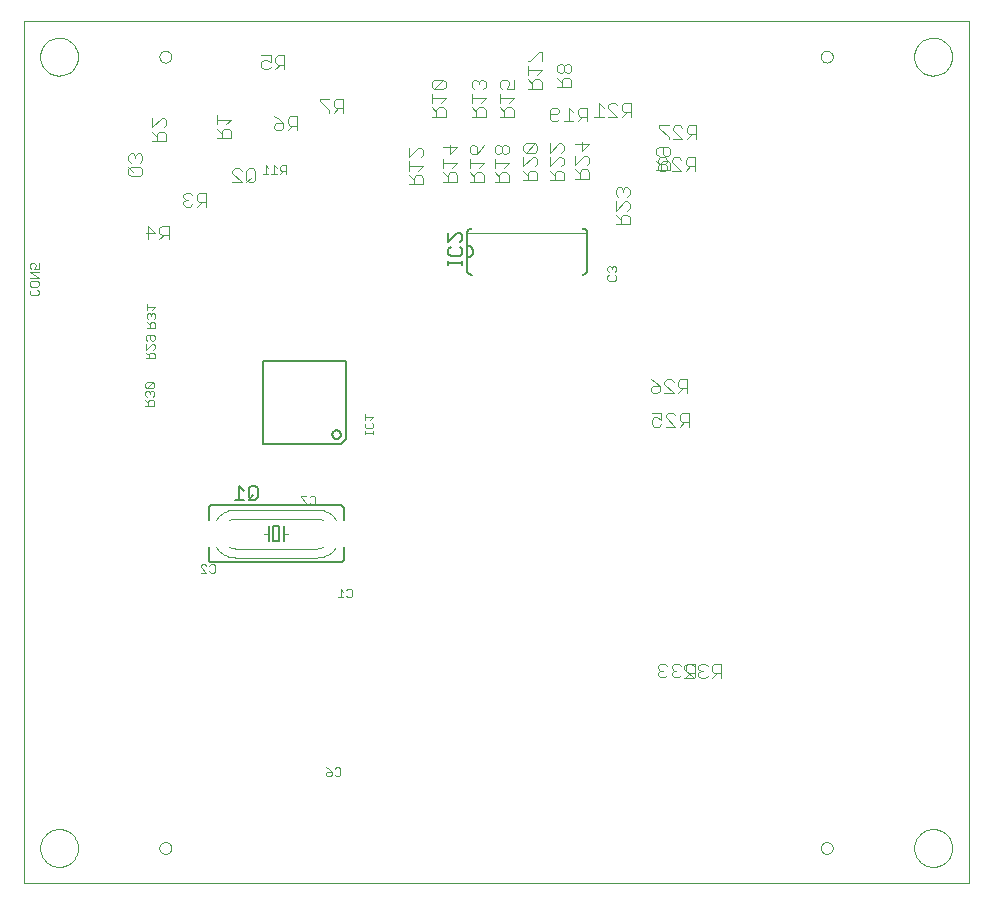
<source format=gbo>
G75*
%MOIN*%
%OFA0B0*%
%FSLAX24Y24*%
%IPPOS*%
%LPD*%
%AMOC8*
5,1,8,0,0,1.08239X$1,22.5*
%
%ADD10C,0.0000*%
%ADD11C,0.0060*%
%ADD12C,0.0030*%
%ADD13C,0.0020*%
%ADD14C,0.0050*%
%ADD15C,0.0040*%
D10*
X000497Y002817D02*
X000497Y031557D01*
X031993Y031557D01*
X031993Y002817D01*
X000497Y002817D01*
X001048Y003998D02*
X001050Y004048D01*
X001056Y004098D01*
X001066Y004147D01*
X001080Y004195D01*
X001097Y004242D01*
X001118Y004287D01*
X001143Y004331D01*
X001171Y004372D01*
X001203Y004411D01*
X001237Y004448D01*
X001274Y004482D01*
X001314Y004512D01*
X001356Y004539D01*
X001400Y004563D01*
X001446Y004584D01*
X001493Y004600D01*
X001541Y004613D01*
X001591Y004622D01*
X001640Y004627D01*
X001691Y004628D01*
X001741Y004625D01*
X001790Y004618D01*
X001839Y004607D01*
X001887Y004592D01*
X001933Y004574D01*
X001978Y004552D01*
X002021Y004526D01*
X002062Y004497D01*
X002101Y004465D01*
X002137Y004430D01*
X002169Y004392D01*
X002199Y004352D01*
X002226Y004309D01*
X002249Y004265D01*
X002268Y004219D01*
X002284Y004171D01*
X002296Y004122D01*
X002304Y004073D01*
X002308Y004023D01*
X002308Y003973D01*
X002304Y003923D01*
X002296Y003874D01*
X002284Y003825D01*
X002268Y003777D01*
X002249Y003731D01*
X002226Y003687D01*
X002199Y003644D01*
X002169Y003604D01*
X002137Y003566D01*
X002101Y003531D01*
X002062Y003499D01*
X002021Y003470D01*
X001978Y003444D01*
X001933Y003422D01*
X001887Y003404D01*
X001839Y003389D01*
X001790Y003378D01*
X001741Y003371D01*
X001691Y003368D01*
X001640Y003369D01*
X001591Y003374D01*
X001541Y003383D01*
X001493Y003396D01*
X001446Y003412D01*
X001400Y003433D01*
X001356Y003457D01*
X001314Y003484D01*
X001274Y003514D01*
X001237Y003548D01*
X001203Y003585D01*
X001171Y003624D01*
X001143Y003665D01*
X001118Y003709D01*
X001097Y003754D01*
X001080Y003801D01*
X001066Y003849D01*
X001056Y003898D01*
X001050Y003948D01*
X001048Y003998D01*
X005024Y003998D02*
X005026Y004025D01*
X005032Y004052D01*
X005041Y004078D01*
X005054Y004102D01*
X005070Y004125D01*
X005089Y004144D01*
X005111Y004161D01*
X005135Y004175D01*
X005160Y004185D01*
X005187Y004192D01*
X005214Y004195D01*
X005242Y004194D01*
X005269Y004189D01*
X005295Y004181D01*
X005319Y004169D01*
X005342Y004153D01*
X005363Y004135D01*
X005380Y004114D01*
X005395Y004090D01*
X005406Y004065D01*
X005414Y004039D01*
X005418Y004012D01*
X005418Y003984D01*
X005414Y003957D01*
X005406Y003931D01*
X005395Y003906D01*
X005380Y003882D01*
X005363Y003861D01*
X005342Y003843D01*
X005320Y003827D01*
X005295Y003815D01*
X005269Y003807D01*
X005242Y003802D01*
X005214Y003801D01*
X005187Y003804D01*
X005160Y003811D01*
X005135Y003821D01*
X005111Y003835D01*
X005089Y003852D01*
X005070Y003871D01*
X005054Y003894D01*
X005041Y003918D01*
X005032Y003944D01*
X005026Y003971D01*
X005024Y003998D01*
X027072Y003998D02*
X027074Y004025D01*
X027080Y004052D01*
X027089Y004078D01*
X027102Y004102D01*
X027118Y004125D01*
X027137Y004144D01*
X027159Y004161D01*
X027183Y004175D01*
X027208Y004185D01*
X027235Y004192D01*
X027262Y004195D01*
X027290Y004194D01*
X027317Y004189D01*
X027343Y004181D01*
X027367Y004169D01*
X027390Y004153D01*
X027411Y004135D01*
X027428Y004114D01*
X027443Y004090D01*
X027454Y004065D01*
X027462Y004039D01*
X027466Y004012D01*
X027466Y003984D01*
X027462Y003957D01*
X027454Y003931D01*
X027443Y003906D01*
X027428Y003882D01*
X027411Y003861D01*
X027390Y003843D01*
X027368Y003827D01*
X027343Y003815D01*
X027317Y003807D01*
X027290Y003802D01*
X027262Y003801D01*
X027235Y003804D01*
X027208Y003811D01*
X027183Y003821D01*
X027159Y003835D01*
X027137Y003852D01*
X027118Y003871D01*
X027102Y003894D01*
X027089Y003918D01*
X027080Y003944D01*
X027074Y003971D01*
X027072Y003998D01*
X030182Y003998D02*
X030184Y004048D01*
X030190Y004098D01*
X030200Y004147D01*
X030214Y004195D01*
X030231Y004242D01*
X030252Y004287D01*
X030277Y004331D01*
X030305Y004372D01*
X030337Y004411D01*
X030371Y004448D01*
X030408Y004482D01*
X030448Y004512D01*
X030490Y004539D01*
X030534Y004563D01*
X030580Y004584D01*
X030627Y004600D01*
X030675Y004613D01*
X030725Y004622D01*
X030774Y004627D01*
X030825Y004628D01*
X030875Y004625D01*
X030924Y004618D01*
X030973Y004607D01*
X031021Y004592D01*
X031067Y004574D01*
X031112Y004552D01*
X031155Y004526D01*
X031196Y004497D01*
X031235Y004465D01*
X031271Y004430D01*
X031303Y004392D01*
X031333Y004352D01*
X031360Y004309D01*
X031383Y004265D01*
X031402Y004219D01*
X031418Y004171D01*
X031430Y004122D01*
X031438Y004073D01*
X031442Y004023D01*
X031442Y003973D01*
X031438Y003923D01*
X031430Y003874D01*
X031418Y003825D01*
X031402Y003777D01*
X031383Y003731D01*
X031360Y003687D01*
X031333Y003644D01*
X031303Y003604D01*
X031271Y003566D01*
X031235Y003531D01*
X031196Y003499D01*
X031155Y003470D01*
X031112Y003444D01*
X031067Y003422D01*
X031021Y003404D01*
X030973Y003389D01*
X030924Y003378D01*
X030875Y003371D01*
X030825Y003368D01*
X030774Y003369D01*
X030725Y003374D01*
X030675Y003383D01*
X030627Y003396D01*
X030580Y003412D01*
X030534Y003433D01*
X030490Y003457D01*
X030448Y003484D01*
X030408Y003514D01*
X030371Y003548D01*
X030337Y003585D01*
X030305Y003624D01*
X030277Y003665D01*
X030252Y003709D01*
X030231Y003754D01*
X030214Y003801D01*
X030200Y003849D01*
X030190Y003898D01*
X030184Y003948D01*
X030182Y003998D01*
X030182Y030376D02*
X030184Y030426D01*
X030190Y030476D01*
X030200Y030525D01*
X030214Y030573D01*
X030231Y030620D01*
X030252Y030665D01*
X030277Y030709D01*
X030305Y030750D01*
X030337Y030789D01*
X030371Y030826D01*
X030408Y030860D01*
X030448Y030890D01*
X030490Y030917D01*
X030534Y030941D01*
X030580Y030962D01*
X030627Y030978D01*
X030675Y030991D01*
X030725Y031000D01*
X030774Y031005D01*
X030825Y031006D01*
X030875Y031003D01*
X030924Y030996D01*
X030973Y030985D01*
X031021Y030970D01*
X031067Y030952D01*
X031112Y030930D01*
X031155Y030904D01*
X031196Y030875D01*
X031235Y030843D01*
X031271Y030808D01*
X031303Y030770D01*
X031333Y030730D01*
X031360Y030687D01*
X031383Y030643D01*
X031402Y030597D01*
X031418Y030549D01*
X031430Y030500D01*
X031438Y030451D01*
X031442Y030401D01*
X031442Y030351D01*
X031438Y030301D01*
X031430Y030252D01*
X031418Y030203D01*
X031402Y030155D01*
X031383Y030109D01*
X031360Y030065D01*
X031333Y030022D01*
X031303Y029982D01*
X031271Y029944D01*
X031235Y029909D01*
X031196Y029877D01*
X031155Y029848D01*
X031112Y029822D01*
X031067Y029800D01*
X031021Y029782D01*
X030973Y029767D01*
X030924Y029756D01*
X030875Y029749D01*
X030825Y029746D01*
X030774Y029747D01*
X030725Y029752D01*
X030675Y029761D01*
X030627Y029774D01*
X030580Y029790D01*
X030534Y029811D01*
X030490Y029835D01*
X030448Y029862D01*
X030408Y029892D01*
X030371Y029926D01*
X030337Y029963D01*
X030305Y030002D01*
X030277Y030043D01*
X030252Y030087D01*
X030231Y030132D01*
X030214Y030179D01*
X030200Y030227D01*
X030190Y030276D01*
X030184Y030326D01*
X030182Y030376D01*
X027072Y030376D02*
X027074Y030403D01*
X027080Y030430D01*
X027089Y030456D01*
X027102Y030480D01*
X027118Y030503D01*
X027137Y030522D01*
X027159Y030539D01*
X027183Y030553D01*
X027208Y030563D01*
X027235Y030570D01*
X027262Y030573D01*
X027290Y030572D01*
X027317Y030567D01*
X027343Y030559D01*
X027367Y030547D01*
X027390Y030531D01*
X027411Y030513D01*
X027428Y030492D01*
X027443Y030468D01*
X027454Y030443D01*
X027462Y030417D01*
X027466Y030390D01*
X027466Y030362D01*
X027462Y030335D01*
X027454Y030309D01*
X027443Y030284D01*
X027428Y030260D01*
X027411Y030239D01*
X027390Y030221D01*
X027368Y030205D01*
X027343Y030193D01*
X027317Y030185D01*
X027290Y030180D01*
X027262Y030179D01*
X027235Y030182D01*
X027208Y030189D01*
X027183Y030199D01*
X027159Y030213D01*
X027137Y030230D01*
X027118Y030249D01*
X027102Y030272D01*
X027089Y030296D01*
X027080Y030322D01*
X027074Y030349D01*
X027072Y030376D01*
X005024Y030376D02*
X005026Y030403D01*
X005032Y030430D01*
X005041Y030456D01*
X005054Y030480D01*
X005070Y030503D01*
X005089Y030522D01*
X005111Y030539D01*
X005135Y030553D01*
X005160Y030563D01*
X005187Y030570D01*
X005214Y030573D01*
X005242Y030572D01*
X005269Y030567D01*
X005295Y030559D01*
X005319Y030547D01*
X005342Y030531D01*
X005363Y030513D01*
X005380Y030492D01*
X005395Y030468D01*
X005406Y030443D01*
X005414Y030417D01*
X005418Y030390D01*
X005418Y030362D01*
X005414Y030335D01*
X005406Y030309D01*
X005395Y030284D01*
X005380Y030260D01*
X005363Y030239D01*
X005342Y030221D01*
X005320Y030205D01*
X005295Y030193D01*
X005269Y030185D01*
X005242Y030180D01*
X005214Y030179D01*
X005187Y030182D01*
X005160Y030189D01*
X005135Y030199D01*
X005111Y030213D01*
X005089Y030230D01*
X005070Y030249D01*
X005054Y030272D01*
X005041Y030296D01*
X005032Y030322D01*
X005026Y030349D01*
X005024Y030376D01*
X001048Y030376D02*
X001050Y030426D01*
X001056Y030476D01*
X001066Y030525D01*
X001080Y030573D01*
X001097Y030620D01*
X001118Y030665D01*
X001143Y030709D01*
X001171Y030750D01*
X001203Y030789D01*
X001237Y030826D01*
X001274Y030860D01*
X001314Y030890D01*
X001356Y030917D01*
X001400Y030941D01*
X001446Y030962D01*
X001493Y030978D01*
X001541Y030991D01*
X001591Y031000D01*
X001640Y031005D01*
X001691Y031006D01*
X001741Y031003D01*
X001790Y030996D01*
X001839Y030985D01*
X001887Y030970D01*
X001933Y030952D01*
X001978Y030930D01*
X002021Y030904D01*
X002062Y030875D01*
X002101Y030843D01*
X002137Y030808D01*
X002169Y030770D01*
X002199Y030730D01*
X002226Y030687D01*
X002249Y030643D01*
X002268Y030597D01*
X002284Y030549D01*
X002296Y030500D01*
X002304Y030451D01*
X002308Y030401D01*
X002308Y030351D01*
X002304Y030301D01*
X002296Y030252D01*
X002284Y030203D01*
X002268Y030155D01*
X002249Y030109D01*
X002226Y030065D01*
X002199Y030022D01*
X002169Y029982D01*
X002137Y029944D01*
X002101Y029909D01*
X002062Y029877D01*
X002021Y029848D01*
X001978Y029822D01*
X001933Y029800D01*
X001887Y029782D01*
X001839Y029767D01*
X001790Y029756D01*
X001741Y029749D01*
X001691Y029746D01*
X001640Y029747D01*
X001591Y029752D01*
X001541Y029761D01*
X001493Y029774D01*
X001446Y029790D01*
X001400Y029811D01*
X001356Y029835D01*
X001314Y029862D01*
X001274Y029892D01*
X001237Y029926D01*
X001203Y029963D01*
X001171Y030002D01*
X001143Y030043D01*
X001118Y030087D01*
X001097Y030132D01*
X001080Y030179D01*
X001066Y030227D01*
X001056Y030276D01*
X001050Y030326D01*
X001048Y030376D01*
D11*
X008467Y020241D02*
X008467Y017481D01*
X011087Y017481D01*
X011227Y017620D01*
X011227Y020241D01*
X008467Y020241D01*
X010786Y017781D02*
X010788Y017804D01*
X010794Y017827D01*
X010803Y017848D01*
X010816Y017868D01*
X010832Y017885D01*
X010850Y017899D01*
X010870Y017910D01*
X010892Y017918D01*
X010915Y017922D01*
X010939Y017922D01*
X010962Y017918D01*
X010984Y017910D01*
X011004Y017899D01*
X011022Y017885D01*
X011038Y017868D01*
X011051Y017848D01*
X011060Y017827D01*
X011066Y017804D01*
X011068Y017781D01*
X011066Y017758D01*
X011060Y017735D01*
X011051Y017714D01*
X011038Y017694D01*
X011022Y017677D01*
X011004Y017663D01*
X010984Y017652D01*
X010962Y017644D01*
X010939Y017640D01*
X010915Y017640D01*
X010892Y017644D01*
X010870Y017652D01*
X010850Y017663D01*
X010832Y017677D01*
X010816Y017694D01*
X010803Y017714D01*
X010794Y017735D01*
X010788Y017758D01*
X010786Y017781D01*
X011062Y015431D02*
X006762Y015431D01*
X006745Y015429D01*
X006728Y015425D01*
X006712Y015418D01*
X006698Y015408D01*
X006685Y015395D01*
X006675Y015381D01*
X006668Y015365D01*
X006664Y015348D01*
X006662Y015331D01*
X006662Y014931D01*
X006662Y014031D02*
X006662Y013631D01*
X006664Y013614D01*
X006668Y013597D01*
X006675Y013581D01*
X006685Y013567D01*
X006698Y013554D01*
X006712Y013544D01*
X006728Y013537D01*
X006745Y013533D01*
X006762Y013531D01*
X011062Y013531D01*
X011079Y013533D01*
X011096Y013537D01*
X011112Y013544D01*
X011126Y013554D01*
X011139Y013567D01*
X011149Y013581D01*
X011156Y013597D01*
X011160Y013614D01*
X011162Y013631D01*
X011162Y014031D01*
X011162Y014931D02*
X011162Y015331D01*
X011160Y015348D01*
X011156Y015365D01*
X011149Y015381D01*
X011139Y015395D01*
X011126Y015408D01*
X011112Y015418D01*
X011096Y015425D01*
X011079Y015429D01*
X011062Y015431D01*
X009162Y014731D02*
X009162Y014481D01*
X009162Y014231D01*
X009012Y014231D02*
X008812Y014231D01*
X008812Y014731D01*
X009012Y014731D01*
X009012Y014231D01*
X008662Y014231D02*
X008662Y014481D01*
X008662Y014731D01*
X015278Y023260D02*
X015278Y023680D01*
X015278Y024080D01*
X015278Y024500D01*
X015280Y024523D01*
X015285Y024546D01*
X015294Y024568D01*
X015307Y024588D01*
X015322Y024606D01*
X015340Y024621D01*
X015360Y024634D01*
X015382Y024643D01*
X015405Y024648D01*
X015428Y024650D01*
X015278Y024080D02*
X015305Y024078D01*
X015332Y024073D01*
X015358Y024063D01*
X015382Y024051D01*
X015404Y024035D01*
X015424Y024017D01*
X015441Y023995D01*
X015456Y023972D01*
X015466Y023947D01*
X015474Y023921D01*
X015478Y023894D01*
X015478Y023866D01*
X015474Y023839D01*
X015466Y023813D01*
X015456Y023788D01*
X015441Y023765D01*
X015424Y023743D01*
X015404Y023725D01*
X015382Y023709D01*
X015358Y023697D01*
X015332Y023687D01*
X015305Y023682D01*
X015278Y023680D01*
X015278Y023260D02*
X015280Y023237D01*
X015285Y023214D01*
X015294Y023192D01*
X015307Y023172D01*
X015322Y023154D01*
X015340Y023139D01*
X015360Y023126D01*
X015382Y023117D01*
X015405Y023112D01*
X015428Y023110D01*
X019128Y023110D02*
X019151Y023112D01*
X019174Y023117D01*
X019196Y023126D01*
X019216Y023139D01*
X019234Y023154D01*
X019249Y023172D01*
X019262Y023192D01*
X019271Y023214D01*
X019276Y023237D01*
X019278Y023260D01*
X019278Y024500D01*
X019276Y024523D01*
X019271Y024546D01*
X019262Y024568D01*
X019249Y024588D01*
X019234Y024606D01*
X019216Y024621D01*
X019196Y024634D01*
X019174Y024643D01*
X019151Y024648D01*
X019128Y024650D01*
D12*
X020003Y023395D02*
X019955Y023347D01*
X019955Y023250D01*
X020003Y023202D01*
X020003Y023101D02*
X019955Y023052D01*
X019955Y022955D01*
X020003Y022907D01*
X020197Y022907D01*
X020245Y022955D01*
X020245Y023052D01*
X020197Y023101D01*
X020197Y023202D02*
X020245Y023250D01*
X020245Y023347D01*
X020197Y023395D01*
X020148Y023395D01*
X020100Y023347D01*
X020052Y023395D01*
X020003Y023395D01*
X020100Y023347D02*
X020100Y023299D01*
X012152Y018373D02*
X011862Y018373D01*
X011862Y018277D02*
X011862Y018470D01*
X012056Y018277D02*
X012152Y018373D01*
X012104Y018176D02*
X012152Y018127D01*
X012152Y018030D01*
X012104Y017982D01*
X011911Y017982D01*
X011862Y018030D01*
X011862Y018127D01*
X011911Y018176D01*
X011862Y017882D02*
X011862Y017786D01*
X011862Y017834D02*
X012152Y017834D01*
X012152Y017786D02*
X012152Y017882D01*
X010172Y015742D02*
X010221Y015693D01*
X010221Y015500D01*
X010172Y015451D01*
X010076Y015451D01*
X010027Y015500D01*
X009926Y015500D02*
X009733Y015693D01*
X009733Y015742D01*
X009926Y015742D01*
X010027Y015693D02*
X010076Y015742D01*
X010172Y015742D01*
X009926Y015500D02*
X009926Y015451D01*
X011060Y012641D02*
X011060Y012351D01*
X011156Y012351D02*
X010963Y012351D01*
X011156Y012544D02*
X011060Y012641D01*
X011258Y012593D02*
X011306Y012641D01*
X011403Y012641D01*
X011451Y012593D01*
X011451Y012399D01*
X011403Y012351D01*
X011306Y012351D01*
X011258Y012399D01*
X006883Y013219D02*
X006835Y013171D01*
X006738Y013171D01*
X006690Y013219D01*
X006589Y013171D02*
X006395Y013364D01*
X006395Y013413D01*
X006444Y013461D01*
X006540Y013461D01*
X006589Y013413D01*
X006690Y013413D02*
X006738Y013461D01*
X006835Y013461D01*
X006883Y013413D01*
X006883Y013219D01*
X006589Y013171D02*
X006395Y013171D01*
X004848Y018744D02*
X004558Y018744D01*
X004655Y018744D02*
X004655Y018889D01*
X004703Y018937D01*
X004800Y018937D01*
X004848Y018889D01*
X004848Y018744D01*
X004655Y018840D02*
X004558Y018937D01*
X004606Y019038D02*
X004558Y019087D01*
X004558Y019183D01*
X004606Y019232D01*
X004655Y019232D01*
X004703Y019183D01*
X004703Y019135D01*
X004703Y019183D02*
X004751Y019232D01*
X004800Y019232D01*
X004848Y019183D01*
X004848Y019087D01*
X004800Y019038D01*
X004800Y019333D02*
X004848Y019381D01*
X004848Y019478D01*
X004800Y019526D01*
X004606Y019333D01*
X004558Y019381D01*
X004558Y019478D01*
X004606Y019526D01*
X004800Y019526D01*
X004800Y019333D02*
X004606Y019333D01*
X004578Y020318D02*
X004868Y020318D01*
X004868Y020464D01*
X004820Y020512D01*
X004723Y020512D01*
X004674Y020464D01*
X004674Y020318D01*
X004674Y020415D02*
X004578Y020512D01*
X004578Y020613D02*
X004771Y020807D01*
X004820Y020807D01*
X004868Y020758D01*
X004868Y020661D01*
X004820Y020613D01*
X004578Y020613D02*
X004578Y020807D01*
X004626Y020908D02*
X004578Y020956D01*
X004578Y021053D01*
X004626Y021101D01*
X004820Y021101D01*
X004868Y021053D01*
X004868Y020956D01*
X004820Y020908D01*
X004771Y020908D01*
X004723Y020956D01*
X004723Y021101D01*
X004694Y021332D02*
X004694Y021477D01*
X004742Y021526D01*
X004839Y021526D01*
X004888Y021477D01*
X004888Y021332D01*
X004597Y021332D01*
X004694Y021429D02*
X004597Y021526D01*
X004646Y021627D02*
X004597Y021675D01*
X004597Y021772D01*
X004646Y021820D01*
X004694Y021820D01*
X004742Y021772D01*
X004742Y021724D01*
X004742Y021772D02*
X004791Y021820D01*
X004839Y021820D01*
X004888Y021772D01*
X004888Y021675D01*
X004839Y021627D01*
X004791Y021922D02*
X004888Y022018D01*
X004597Y022018D01*
X004597Y021922D02*
X004597Y022115D01*
X000999Y022467D02*
X000951Y022419D01*
X000757Y022419D01*
X000709Y022467D01*
X000709Y022564D01*
X000757Y022612D01*
X000757Y022714D02*
X000709Y022762D01*
X000709Y022859D01*
X000757Y022907D01*
X000951Y022907D01*
X000999Y022859D01*
X000999Y022762D01*
X000951Y022714D01*
X000757Y022714D01*
X000951Y022612D02*
X000999Y022564D01*
X000999Y022467D01*
X000999Y023008D02*
X000709Y023202D01*
X000999Y023202D01*
X000999Y023303D02*
X000854Y023303D01*
X000902Y023400D01*
X000902Y023448D01*
X000854Y023496D01*
X000757Y023496D01*
X000709Y023448D01*
X000709Y023351D01*
X000757Y023303D01*
X000999Y023303D02*
X000999Y023496D01*
X000999Y023008D02*
X000709Y023008D01*
X008463Y026458D02*
X008656Y026458D01*
X008560Y026458D02*
X008560Y026749D01*
X008656Y026652D01*
X008757Y026458D02*
X008951Y026458D01*
X008854Y026458D02*
X008854Y026749D01*
X008951Y026652D01*
X009052Y026700D02*
X009052Y026603D01*
X009101Y026555D01*
X009246Y026555D01*
X009246Y026458D02*
X009246Y026749D01*
X009101Y026749D01*
X009052Y026700D01*
X009149Y026555D02*
X009052Y026458D01*
X010569Y006686D02*
X010666Y006638D01*
X010763Y006541D01*
X010618Y006541D01*
X010569Y006493D01*
X010569Y006445D01*
X010618Y006396D01*
X010714Y006396D01*
X010763Y006445D01*
X010763Y006541D01*
X010864Y006445D02*
X010912Y006396D01*
X011009Y006396D01*
X011057Y006445D01*
X011057Y006638D01*
X011009Y006686D01*
X010912Y006686D01*
X010864Y006638D01*
D13*
X010262Y013681D02*
X007562Y013681D01*
X007562Y013981D02*
X010262Y013981D01*
X010923Y014931D02*
X010891Y014976D01*
X010855Y015018D01*
X010816Y015058D01*
X010775Y015095D01*
X010731Y015129D01*
X010684Y015160D01*
X010636Y015188D01*
X010586Y015212D01*
X010535Y015233D01*
X010482Y015250D01*
X010428Y015264D01*
X010373Y015273D01*
X010318Y015279D01*
X010262Y015281D01*
X007562Y015281D01*
X007562Y014981D02*
X010262Y014981D01*
X010300Y014980D01*
X010337Y014975D01*
X010374Y014968D01*
X010410Y014959D01*
X010446Y014946D01*
X010480Y014931D01*
X010923Y014031D02*
X010891Y013986D01*
X010855Y013944D01*
X010816Y013904D01*
X010774Y013867D01*
X010731Y013833D01*
X010684Y013802D01*
X010636Y013774D01*
X010586Y013750D01*
X010535Y013729D01*
X010482Y013712D01*
X010428Y013698D01*
X010373Y013689D01*
X010318Y013683D01*
X010262Y013681D01*
X010262Y013981D02*
X010300Y013982D01*
X010337Y013987D01*
X010374Y013994D01*
X010410Y014003D01*
X010446Y014016D01*
X010480Y014031D01*
X009312Y014481D02*
X009162Y014481D01*
X008662Y014481D02*
X008512Y014481D01*
X007562Y013681D02*
X007506Y013683D01*
X007451Y013689D01*
X007396Y013698D01*
X007342Y013712D01*
X007289Y013729D01*
X007238Y013750D01*
X007188Y013774D01*
X007140Y013802D01*
X007093Y013833D01*
X007049Y013867D01*
X007008Y013904D01*
X006969Y013944D01*
X006933Y013986D01*
X006901Y014031D01*
X006901Y014931D02*
X006933Y014976D01*
X006969Y015018D01*
X007008Y015058D01*
X007050Y015095D01*
X007093Y015129D01*
X007140Y015160D01*
X007188Y015188D01*
X007238Y015212D01*
X007289Y015233D01*
X007342Y015250D01*
X007396Y015264D01*
X007451Y015273D01*
X007506Y015279D01*
X007562Y015281D01*
X007562Y014981D02*
X007524Y014980D01*
X007487Y014975D01*
X007450Y014968D01*
X007414Y014959D01*
X007378Y014946D01*
X007344Y014931D01*
X007344Y014031D02*
X007378Y014016D01*
X007414Y014003D01*
X007450Y013994D01*
X007487Y013987D01*
X007524Y013982D01*
X007562Y013981D01*
X015278Y024510D02*
X019278Y024510D01*
D14*
X015104Y024420D02*
X015104Y024270D01*
X015029Y024195D01*
X015029Y024035D02*
X015104Y023960D01*
X015104Y023810D01*
X015029Y023735D01*
X014728Y023735D01*
X014653Y023810D01*
X014653Y023960D01*
X014728Y024035D01*
X014653Y024195D02*
X014954Y024495D01*
X015029Y024495D01*
X015104Y024420D01*
X014653Y024495D02*
X014653Y024195D01*
X014653Y023578D02*
X014653Y023428D01*
X014653Y023503D02*
X015104Y023503D01*
X015104Y023428D02*
X015104Y023578D01*
X008221Y016063D02*
X008071Y016063D01*
X007996Y015988D01*
X007996Y015687D01*
X008071Y015612D01*
X008221Y015612D01*
X008296Y015687D01*
X008296Y015988D01*
X008221Y016063D01*
X008146Y015763D02*
X007996Y015612D01*
X007836Y015612D02*
X007536Y015612D01*
X007686Y015612D02*
X007686Y016063D01*
X007836Y015913D01*
D15*
X005331Y024282D02*
X005331Y024743D01*
X005101Y024743D01*
X005024Y024666D01*
X005024Y024512D01*
X005101Y024436D01*
X005331Y024436D01*
X005177Y024436D02*
X005024Y024282D01*
X004870Y024512D02*
X004563Y024512D01*
X004640Y024282D02*
X004640Y024743D01*
X004870Y024512D01*
X005816Y025457D02*
X005893Y025381D01*
X006046Y025381D01*
X006123Y025457D01*
X006276Y025381D02*
X006430Y025534D01*
X006353Y025534D02*
X006583Y025534D01*
X006583Y025381D02*
X006583Y025841D01*
X006353Y025841D01*
X006276Y025764D01*
X006276Y025611D01*
X006353Y025534D01*
X006123Y025764D02*
X006046Y025841D01*
X005893Y025841D01*
X005816Y025764D01*
X005816Y025688D01*
X005893Y025611D01*
X005816Y025534D01*
X005816Y025457D01*
X005893Y025611D02*
X005969Y025611D01*
X007459Y026194D02*
X007766Y026194D01*
X007459Y026501D01*
X007459Y026577D01*
X007536Y026654D01*
X007689Y026654D01*
X007766Y026577D01*
X007919Y026577D02*
X007919Y026270D01*
X007996Y026194D01*
X008150Y026194D01*
X008226Y026270D01*
X008226Y026577D01*
X008150Y026654D01*
X007996Y026654D01*
X007919Y026577D01*
X008073Y026347D02*
X007919Y026194D01*
X007412Y027659D02*
X006952Y027659D01*
X007105Y027659D02*
X007105Y027889D01*
X007182Y027966D01*
X007336Y027966D01*
X007412Y027889D01*
X007412Y027659D01*
X007105Y027812D02*
X006952Y027966D01*
X006952Y028119D02*
X006952Y028426D01*
X006952Y028273D02*
X007412Y028273D01*
X007259Y028119D01*
X008845Y028077D02*
X008845Y028001D01*
X008922Y027924D01*
X009075Y027924D01*
X009152Y028001D01*
X009152Y028154D01*
X008922Y028154D01*
X008845Y028077D01*
X008998Y028308D02*
X009152Y028154D01*
X009305Y028154D02*
X009382Y028077D01*
X009612Y028077D01*
X009612Y027924D02*
X009612Y028384D01*
X009382Y028384D01*
X009305Y028308D01*
X009305Y028154D01*
X009459Y028077D02*
X009305Y027924D01*
X008998Y028308D02*
X008845Y028384D01*
X008884Y029957D02*
X009038Y030111D01*
X008961Y030111D02*
X009191Y030111D01*
X009191Y029957D02*
X009191Y030418D01*
X008961Y030418D01*
X008884Y030341D01*
X008884Y030188D01*
X008961Y030111D01*
X008731Y030188D02*
X008578Y030264D01*
X008501Y030264D01*
X008424Y030188D01*
X008424Y030034D01*
X008501Y029957D01*
X008654Y029957D01*
X008731Y030034D01*
X008731Y030188D02*
X008731Y030418D01*
X008424Y030418D01*
X010370Y028975D02*
X010370Y028898D01*
X010677Y028591D01*
X010677Y028514D01*
X010831Y028514D02*
X010984Y028668D01*
X010908Y028668D02*
X011138Y028668D01*
X011138Y028514D02*
X011138Y028975D01*
X010908Y028975D01*
X010831Y028898D01*
X010831Y028745D01*
X010908Y028668D01*
X010677Y028975D02*
X010370Y028975D01*
X013350Y027343D02*
X013350Y027036D01*
X013656Y027343D01*
X013733Y027343D01*
X013810Y027267D01*
X013810Y027113D01*
X013733Y027036D01*
X013810Y026729D02*
X013350Y026729D01*
X013350Y026576D02*
X013350Y026883D01*
X013656Y026576D02*
X013810Y026729D01*
X013733Y026423D02*
X013580Y026423D01*
X013503Y026346D01*
X013503Y026116D01*
X013503Y026269D02*
X013350Y026423D01*
X013350Y026116D02*
X013810Y026116D01*
X013810Y026346D01*
X013733Y026423D01*
X014481Y026521D02*
X014635Y026367D01*
X014635Y026444D02*
X014635Y026214D01*
X014481Y026214D02*
X014942Y026214D01*
X014942Y026444D01*
X014865Y026521D01*
X014712Y026521D01*
X014635Y026444D01*
X014788Y026674D02*
X014942Y026828D01*
X014481Y026828D01*
X014481Y026981D02*
X014481Y026674D01*
X014712Y027135D02*
X014712Y027442D01*
X014942Y027365D02*
X014481Y027365D01*
X014712Y027135D02*
X014942Y027365D01*
X015367Y027365D02*
X015444Y027442D01*
X015521Y027442D01*
X015597Y027365D01*
X015597Y027135D01*
X015444Y027135D01*
X015367Y027212D01*
X015367Y027365D01*
X015597Y027135D02*
X015751Y027288D01*
X015828Y027442D01*
X016204Y027365D02*
X016204Y027212D01*
X016281Y027135D01*
X016357Y027135D01*
X016434Y027212D01*
X016434Y027365D01*
X016357Y027442D01*
X016281Y027442D01*
X016204Y027365D01*
X016434Y027365D02*
X016511Y027442D01*
X016588Y027442D01*
X016664Y027365D01*
X016664Y027212D01*
X016588Y027135D01*
X016511Y027135D01*
X016434Y027212D01*
X016204Y026981D02*
X016204Y026674D01*
X016204Y026521D02*
X016357Y026367D01*
X016357Y026444D02*
X016357Y026214D01*
X016204Y026214D02*
X016664Y026214D01*
X016664Y026444D01*
X016588Y026521D01*
X016434Y026521D01*
X016357Y026444D01*
X016511Y026674D02*
X016664Y026828D01*
X016204Y026828D01*
X015828Y026828D02*
X015367Y026828D01*
X015367Y026981D02*
X015367Y026674D01*
X015367Y026521D02*
X015521Y026367D01*
X015521Y026444D02*
X015521Y026214D01*
X015367Y026214D02*
X015828Y026214D01*
X015828Y026444D01*
X015751Y026521D01*
X015597Y026521D01*
X015521Y026444D01*
X015674Y026674D02*
X015828Y026828D01*
X017155Y026719D02*
X017462Y027026D01*
X017538Y027026D01*
X017615Y026949D01*
X017615Y026796D01*
X017538Y026719D01*
X017538Y026566D02*
X017385Y026566D01*
X017308Y026489D01*
X017308Y026259D01*
X017308Y026412D02*
X017155Y026566D01*
X017155Y026719D02*
X017155Y027026D01*
X017231Y027179D02*
X017538Y027486D01*
X017231Y027486D01*
X017155Y027410D01*
X017155Y027256D01*
X017231Y027179D01*
X017538Y027179D01*
X017615Y027256D01*
X017615Y027410D01*
X017538Y027486D01*
X018040Y027486D02*
X018040Y027179D01*
X018347Y027486D01*
X018424Y027486D01*
X018501Y027410D01*
X018501Y027256D01*
X018424Y027179D01*
X018424Y027026D02*
X018347Y027026D01*
X018040Y026719D01*
X018040Y027026D01*
X018424Y027026D02*
X018501Y026949D01*
X018501Y026796D01*
X018424Y026719D01*
X018424Y026566D02*
X018271Y026566D01*
X018194Y026489D01*
X018194Y026259D01*
X018194Y026412D02*
X018040Y026566D01*
X018040Y026259D02*
X018501Y026259D01*
X018501Y026489D01*
X018424Y026566D01*
X018877Y026615D02*
X019031Y026461D01*
X019031Y026538D02*
X019031Y026308D01*
X018877Y026308D02*
X019337Y026308D01*
X019337Y026538D01*
X019261Y026615D01*
X019107Y026615D01*
X019031Y026538D01*
X018877Y026768D02*
X018877Y027075D01*
X019107Y027229D02*
X019107Y027536D01*
X018877Y027459D02*
X019337Y027459D01*
X019107Y027229D01*
X019184Y027075D02*
X019261Y027075D01*
X019337Y026998D01*
X019337Y026845D01*
X019261Y026768D01*
X019184Y027075D02*
X018877Y026768D01*
X017615Y026489D02*
X017615Y026259D01*
X017155Y026259D01*
X017538Y026566D02*
X017615Y026489D01*
X018124Y028219D02*
X018048Y028296D01*
X018048Y028603D01*
X018124Y028680D01*
X018278Y028680D01*
X018355Y028603D01*
X018355Y028526D01*
X018278Y028449D01*
X018048Y028449D01*
X018124Y028219D02*
X018278Y028219D01*
X018355Y028296D01*
X018508Y028219D02*
X018815Y028219D01*
X018968Y028219D02*
X019122Y028373D01*
X019045Y028373D02*
X019275Y028373D01*
X019275Y028219D02*
X019275Y028680D01*
X019045Y028680D01*
X018968Y028603D01*
X018968Y028449D01*
X019045Y028373D01*
X018815Y028526D02*
X018661Y028680D01*
X018661Y028219D01*
X019524Y028367D02*
X019831Y028367D01*
X019984Y028367D02*
X020291Y028367D01*
X019984Y028674D01*
X019984Y028751D01*
X020061Y028827D01*
X020215Y028827D01*
X020291Y028751D01*
X020445Y028751D02*
X020445Y028597D01*
X020522Y028520D01*
X020752Y028520D01*
X020752Y028367D02*
X020752Y028827D01*
X020522Y028827D01*
X020445Y028751D01*
X020598Y028520D02*
X020445Y028367D01*
X019831Y028674D02*
X019677Y028827D01*
X019677Y028367D01*
X018747Y029359D02*
X018747Y029589D01*
X018670Y029666D01*
X018517Y029666D01*
X018440Y029589D01*
X018440Y029359D01*
X018440Y029512D02*
X018287Y029666D01*
X018363Y029819D02*
X018287Y029896D01*
X018287Y030050D01*
X018363Y030126D01*
X018440Y030126D01*
X018517Y030050D01*
X018517Y029896D01*
X018593Y029819D01*
X018670Y029819D01*
X018747Y029896D01*
X018747Y030050D01*
X018670Y030126D01*
X018593Y030126D01*
X018517Y030050D01*
X018517Y029896D02*
X018440Y029819D01*
X018363Y029819D01*
X018287Y029359D02*
X018747Y029359D01*
X017763Y029310D02*
X017763Y029540D01*
X017686Y029617D01*
X017532Y029617D01*
X017456Y029540D01*
X017456Y029310D01*
X017456Y029463D02*
X017302Y029617D01*
X017302Y029770D02*
X017302Y030077D01*
X017302Y029924D02*
X017763Y029924D01*
X017609Y029770D01*
X017763Y030231D02*
X017763Y030537D01*
X017686Y030537D01*
X017379Y030231D01*
X017302Y030231D01*
X016828Y029602D02*
X016828Y029296D01*
X016597Y029296D01*
X016674Y029449D01*
X016674Y029526D01*
X016597Y029602D01*
X016444Y029602D01*
X016367Y029526D01*
X016367Y029372D01*
X016444Y029296D01*
X016367Y029142D02*
X016367Y028835D01*
X016367Y028682D02*
X016521Y028528D01*
X016521Y028605D02*
X016521Y028375D01*
X016367Y028375D02*
X016828Y028375D01*
X016828Y028605D01*
X016751Y028682D01*
X016597Y028682D01*
X016521Y028605D01*
X016674Y028835D02*
X016828Y028989D01*
X016367Y028989D01*
X015893Y028989D02*
X015432Y028989D01*
X015432Y029142D02*
X015432Y028835D01*
X015432Y028682D02*
X015586Y028528D01*
X015586Y028605D02*
X015586Y028375D01*
X015432Y028375D02*
X015893Y028375D01*
X015893Y028605D01*
X015816Y028682D01*
X015662Y028682D01*
X015586Y028605D01*
X015739Y028835D02*
X015893Y028989D01*
X015816Y029296D02*
X015893Y029372D01*
X015893Y029526D01*
X015816Y029602D01*
X015739Y029602D01*
X015662Y029526D01*
X015586Y029602D01*
X015509Y029602D01*
X015432Y029526D01*
X015432Y029372D01*
X015509Y029296D01*
X015662Y029449D02*
X015662Y029526D01*
X014564Y029526D02*
X014487Y029602D01*
X014180Y029296D01*
X014103Y029372D01*
X014103Y029526D01*
X014180Y029602D01*
X014487Y029602D01*
X014564Y029526D02*
X014564Y029372D01*
X014487Y029296D01*
X014180Y029296D01*
X014103Y029142D02*
X014103Y028835D01*
X014103Y028682D02*
X014257Y028528D01*
X014257Y028605D02*
X014257Y028375D01*
X014103Y028375D02*
X014564Y028375D01*
X014564Y028605D01*
X014487Y028682D01*
X014334Y028682D01*
X014257Y028605D01*
X014410Y028835D02*
X014564Y028989D01*
X014103Y028989D01*
X017302Y029310D02*
X017763Y029310D01*
X020316Y026015D02*
X020239Y025938D01*
X020239Y025784D01*
X020316Y025708D01*
X020239Y025554D02*
X020239Y025247D01*
X020546Y025554D01*
X020623Y025554D01*
X020700Y025477D01*
X020700Y025324D01*
X020623Y025247D01*
X020623Y025094D02*
X020469Y025094D01*
X020393Y025017D01*
X020393Y024787D01*
X020393Y024940D02*
X020239Y025094D01*
X020239Y024787D02*
X020700Y024787D01*
X020700Y025017D01*
X020623Y025094D01*
X020623Y025708D02*
X020700Y025784D01*
X020700Y025938D01*
X020623Y026015D01*
X020546Y026015D01*
X020469Y025938D01*
X020393Y026015D01*
X020316Y026015D01*
X020469Y025938D02*
X020469Y025861D01*
X021584Y026603D02*
X022044Y026603D01*
X022044Y026833D01*
X021967Y026910D01*
X021814Y026910D01*
X021737Y026833D01*
X021737Y026603D01*
X021722Y026562D02*
X021875Y026562D01*
X021952Y026638D01*
X021952Y026715D01*
X021875Y026792D01*
X021722Y026792D01*
X021645Y026715D01*
X021645Y026638D01*
X021722Y026562D01*
X021737Y026757D02*
X021584Y026910D01*
X021645Y026945D02*
X021645Y026869D01*
X021722Y026792D01*
X021875Y026792D02*
X021952Y026869D01*
X021952Y026945D01*
X021875Y027022D01*
X021722Y027022D01*
X021645Y026945D01*
X021661Y027063D02*
X021584Y027140D01*
X021584Y027294D01*
X021661Y027370D01*
X021967Y027370D01*
X022044Y027294D01*
X022044Y027140D01*
X021967Y027063D01*
X021891Y027063D01*
X021814Y027140D01*
X021814Y027370D01*
X021996Y027629D02*
X021996Y027705D01*
X021689Y028012D01*
X021689Y028089D01*
X021996Y028089D01*
X022150Y028012D02*
X022226Y028089D01*
X022380Y028089D01*
X022457Y028012D01*
X022610Y028012D02*
X022687Y028089D01*
X022917Y028089D01*
X022917Y027629D01*
X022917Y027782D02*
X022687Y027782D01*
X022610Y027859D01*
X022610Y028012D01*
X022764Y027782D02*
X022610Y027629D01*
X022457Y027629D02*
X022150Y027936D01*
X022150Y028012D01*
X022150Y027629D02*
X022457Y027629D01*
X022335Y027022D02*
X022182Y027022D01*
X022105Y026945D01*
X022105Y026869D01*
X022412Y026562D01*
X022105Y026562D01*
X022412Y026945D02*
X022335Y027022D01*
X022566Y026945D02*
X022566Y026792D01*
X022642Y026715D01*
X022873Y026715D01*
X022873Y026562D02*
X022873Y027022D01*
X022642Y027022D01*
X022566Y026945D01*
X022719Y026715D02*
X022566Y026562D01*
X022622Y019624D02*
X022392Y019624D01*
X022315Y019548D01*
X022315Y019394D01*
X022392Y019318D01*
X022622Y019318D01*
X022468Y019318D02*
X022315Y019164D01*
X022161Y019164D02*
X021854Y019471D01*
X021854Y019548D01*
X021931Y019624D01*
X022085Y019624D01*
X022161Y019548D01*
X022161Y019164D02*
X021854Y019164D01*
X021701Y019241D02*
X021624Y019164D01*
X021471Y019164D01*
X021394Y019241D01*
X021394Y019318D01*
X021471Y019394D01*
X021701Y019394D01*
X021701Y019241D01*
X021701Y019394D02*
X021548Y019548D01*
X021394Y019624D01*
X021448Y018508D02*
X021755Y018508D01*
X021755Y018278D01*
X021601Y018355D01*
X021525Y018355D01*
X021448Y018278D01*
X021448Y018125D01*
X021525Y018048D01*
X021678Y018048D01*
X021755Y018125D01*
X021908Y018048D02*
X022215Y018048D01*
X021908Y018355D01*
X021908Y018432D01*
X021985Y018508D01*
X022139Y018508D01*
X022215Y018432D01*
X022369Y018432D02*
X022369Y018278D01*
X022445Y018201D01*
X022676Y018201D01*
X022676Y018048D02*
X022676Y018508D01*
X022445Y018508D01*
X022369Y018432D01*
X022522Y018201D02*
X022369Y018048D01*
X022622Y019164D02*
X022622Y019624D01*
X022642Y010142D02*
X022566Y010065D01*
X022566Y009912D01*
X022642Y009835D01*
X022873Y009835D01*
X022986Y009820D02*
X022986Y009743D01*
X023063Y009666D01*
X023217Y009666D01*
X023293Y009743D01*
X023447Y009666D02*
X023600Y009820D01*
X023524Y009820D02*
X023754Y009820D01*
X023754Y009666D02*
X023754Y010126D01*
X023524Y010126D01*
X023447Y010050D01*
X023447Y009896D01*
X023524Y009820D01*
X023293Y010050D02*
X023217Y010126D01*
X023063Y010126D01*
X022986Y010050D01*
X022986Y009973D01*
X023063Y009896D01*
X022986Y009820D01*
X023063Y009896D02*
X023140Y009896D01*
X022873Y009682D02*
X022873Y010142D01*
X022642Y010142D01*
X022603Y010126D02*
X022756Y010126D01*
X022833Y010050D01*
X022603Y010126D02*
X022526Y010050D01*
X022526Y009973D01*
X022833Y009666D01*
X022526Y009666D01*
X022566Y009682D02*
X022719Y009835D01*
X022412Y009759D02*
X022335Y009682D01*
X022182Y009682D01*
X022105Y009759D01*
X022105Y009835D01*
X022182Y009912D01*
X022259Y009912D01*
X022182Y009912D02*
X022105Y009989D01*
X022105Y010065D01*
X022182Y010142D01*
X022335Y010142D01*
X022412Y010065D01*
X021952Y010065D02*
X021875Y010142D01*
X021722Y010142D01*
X021645Y010065D01*
X021645Y009989D01*
X021722Y009912D01*
X021645Y009835D01*
X021645Y009759D01*
X021722Y009682D01*
X021875Y009682D01*
X021952Y009759D01*
X021798Y009912D02*
X021722Y009912D01*
X004452Y026464D02*
X004452Y026617D01*
X004375Y026694D01*
X004068Y026694D01*
X003991Y026617D01*
X003991Y026464D01*
X004068Y026387D01*
X004375Y026387D01*
X004452Y026464D01*
X004145Y026540D02*
X003991Y026694D01*
X004068Y026847D02*
X003991Y026924D01*
X003991Y027078D01*
X004068Y027154D01*
X004145Y027154D01*
X004221Y027078D01*
X004221Y027001D01*
X004221Y027078D02*
X004298Y027154D01*
X004375Y027154D01*
X004452Y027078D01*
X004452Y026924D01*
X004375Y026847D01*
X004787Y027560D02*
X005247Y027560D01*
X005247Y027790D01*
X005170Y027867D01*
X005017Y027867D01*
X004940Y027790D01*
X004940Y027560D01*
X004940Y027714D02*
X004787Y027867D01*
X004787Y028021D02*
X005093Y028328D01*
X005170Y028328D01*
X005247Y028251D01*
X005247Y028097D01*
X005170Y028021D01*
X004787Y028021D02*
X004787Y028328D01*
M02*

</source>
